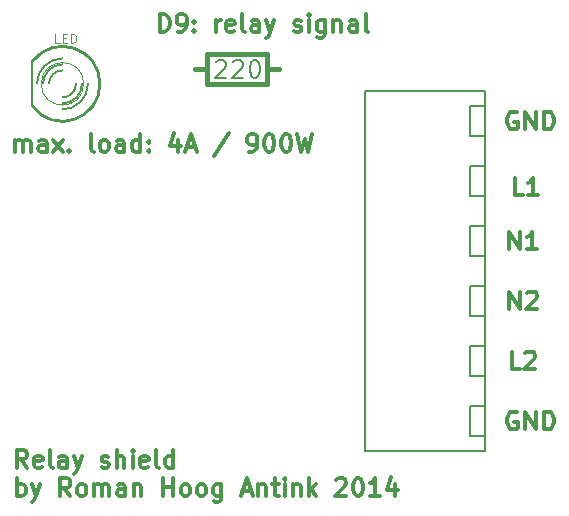
<source format=gto>
%FSLAX34Y34*%
G04 Gerber Fmt 3.4, Leading zero omitted, Abs format*
G04 (created by PCBNEW (2013-jul-14)-product) date Don 20 Mär 2014 21:02:24 CET*
%MOIN*%
G01*
G70*
G90*
G04 APERTURE LIST*
%ADD10C,0.005906*%
%ADD11C,0.011811*%
%ADD12C,0.008000*%
%ADD13C,0.003000*%
%ADD14C,0.010000*%
%ADD15C,0.006000*%
%ADD16C,0.015000*%
%ADD17C,0.003500*%
%ADD18C,0.007900*%
G04 APERTURE END LIST*
G54D10*
G54D11*
X34828Y-27017D02*
X34828Y-26623D01*
X34828Y-26679D02*
X34856Y-26651D01*
X34913Y-26623D01*
X34997Y-26623D01*
X35053Y-26651D01*
X35081Y-26707D01*
X35081Y-27017D01*
X35081Y-26707D02*
X35109Y-26651D01*
X35166Y-26623D01*
X35250Y-26623D01*
X35306Y-26651D01*
X35334Y-26707D01*
X35334Y-27017D01*
X35869Y-27017D02*
X35869Y-26707D01*
X35841Y-26651D01*
X35784Y-26623D01*
X35672Y-26623D01*
X35616Y-26651D01*
X35869Y-26989D02*
X35812Y-27017D01*
X35672Y-27017D01*
X35616Y-26989D01*
X35588Y-26932D01*
X35588Y-26876D01*
X35616Y-26820D01*
X35672Y-26792D01*
X35812Y-26792D01*
X35869Y-26764D01*
X36094Y-27017D02*
X36403Y-26623D01*
X36094Y-26623D02*
X36403Y-27017D01*
X36628Y-26960D02*
X36656Y-26989D01*
X36628Y-27017D01*
X36600Y-26989D01*
X36628Y-26960D01*
X36628Y-27017D01*
X37444Y-27017D02*
X37387Y-26989D01*
X37359Y-26932D01*
X37359Y-26426D01*
X37753Y-27017D02*
X37697Y-26989D01*
X37669Y-26960D01*
X37640Y-26904D01*
X37640Y-26735D01*
X37669Y-26679D01*
X37697Y-26651D01*
X37753Y-26623D01*
X37837Y-26623D01*
X37893Y-26651D01*
X37922Y-26679D01*
X37950Y-26735D01*
X37950Y-26904D01*
X37922Y-26960D01*
X37893Y-26989D01*
X37837Y-27017D01*
X37753Y-27017D01*
X38456Y-27017D02*
X38456Y-26707D01*
X38428Y-26651D01*
X38372Y-26623D01*
X38259Y-26623D01*
X38203Y-26651D01*
X38456Y-26989D02*
X38400Y-27017D01*
X38259Y-27017D01*
X38203Y-26989D01*
X38175Y-26932D01*
X38175Y-26876D01*
X38203Y-26820D01*
X38259Y-26792D01*
X38400Y-26792D01*
X38456Y-26764D01*
X38990Y-27017D02*
X38990Y-26426D01*
X38990Y-26989D02*
X38934Y-27017D01*
X38821Y-27017D01*
X38765Y-26989D01*
X38737Y-26960D01*
X38709Y-26904D01*
X38709Y-26735D01*
X38737Y-26679D01*
X38765Y-26651D01*
X38821Y-26623D01*
X38934Y-26623D01*
X38990Y-26651D01*
X39271Y-26960D02*
X39300Y-26989D01*
X39271Y-27017D01*
X39243Y-26989D01*
X39271Y-26960D01*
X39271Y-27017D01*
X39271Y-26651D02*
X39300Y-26679D01*
X39271Y-26707D01*
X39243Y-26679D01*
X39271Y-26651D01*
X39271Y-26707D01*
X40256Y-26623D02*
X40256Y-27017D01*
X40115Y-26398D02*
X39974Y-26820D01*
X40340Y-26820D01*
X40537Y-26848D02*
X40818Y-26848D01*
X40481Y-27017D02*
X40678Y-26426D01*
X40874Y-27017D01*
X41943Y-26398D02*
X41437Y-27157D01*
X42618Y-27017D02*
X42730Y-27017D01*
X42787Y-26989D01*
X42815Y-26960D01*
X42871Y-26876D01*
X42899Y-26764D01*
X42899Y-26539D01*
X42871Y-26482D01*
X42843Y-26454D01*
X42787Y-26426D01*
X42674Y-26426D01*
X42618Y-26454D01*
X42590Y-26482D01*
X42562Y-26539D01*
X42562Y-26679D01*
X42590Y-26735D01*
X42618Y-26764D01*
X42674Y-26792D01*
X42787Y-26792D01*
X42843Y-26764D01*
X42871Y-26735D01*
X42899Y-26679D01*
X43265Y-26426D02*
X43321Y-26426D01*
X43377Y-26454D01*
X43405Y-26482D01*
X43433Y-26539D01*
X43462Y-26651D01*
X43462Y-26792D01*
X43433Y-26904D01*
X43405Y-26960D01*
X43377Y-26989D01*
X43321Y-27017D01*
X43265Y-27017D01*
X43208Y-26989D01*
X43180Y-26960D01*
X43152Y-26904D01*
X43124Y-26792D01*
X43124Y-26651D01*
X43152Y-26539D01*
X43180Y-26482D01*
X43208Y-26454D01*
X43265Y-26426D01*
X43827Y-26426D02*
X43883Y-26426D01*
X43940Y-26454D01*
X43968Y-26482D01*
X43996Y-26539D01*
X44024Y-26651D01*
X44024Y-26792D01*
X43996Y-26904D01*
X43968Y-26960D01*
X43940Y-26989D01*
X43883Y-27017D01*
X43827Y-27017D01*
X43771Y-26989D01*
X43743Y-26960D01*
X43715Y-26904D01*
X43687Y-26792D01*
X43687Y-26651D01*
X43715Y-26539D01*
X43743Y-26482D01*
X43771Y-26454D01*
X43827Y-26426D01*
X44221Y-26426D02*
X44361Y-27017D01*
X44474Y-26595D01*
X44586Y-27017D01*
X44727Y-26426D01*
X39640Y-23017D02*
X39640Y-22426D01*
X39781Y-22426D01*
X39865Y-22454D01*
X39921Y-22510D01*
X39949Y-22567D01*
X39978Y-22679D01*
X39978Y-22764D01*
X39949Y-22876D01*
X39921Y-22932D01*
X39865Y-22989D01*
X39781Y-23017D01*
X39640Y-23017D01*
X40259Y-23017D02*
X40371Y-23017D01*
X40428Y-22989D01*
X40456Y-22960D01*
X40512Y-22876D01*
X40540Y-22764D01*
X40540Y-22539D01*
X40512Y-22482D01*
X40484Y-22454D01*
X40428Y-22426D01*
X40315Y-22426D01*
X40259Y-22454D01*
X40231Y-22482D01*
X40203Y-22539D01*
X40203Y-22679D01*
X40231Y-22735D01*
X40259Y-22764D01*
X40315Y-22792D01*
X40428Y-22792D01*
X40484Y-22764D01*
X40512Y-22735D01*
X40540Y-22679D01*
X40793Y-22960D02*
X40821Y-22989D01*
X40793Y-23017D01*
X40765Y-22989D01*
X40793Y-22960D01*
X40793Y-23017D01*
X40793Y-22651D02*
X40821Y-22679D01*
X40793Y-22707D01*
X40765Y-22679D01*
X40793Y-22651D01*
X40793Y-22707D01*
X41524Y-23017D02*
X41524Y-22623D01*
X41524Y-22735D02*
X41552Y-22679D01*
X41580Y-22651D01*
X41637Y-22623D01*
X41693Y-22623D01*
X42115Y-22989D02*
X42059Y-23017D01*
X41946Y-23017D01*
X41890Y-22989D01*
X41862Y-22932D01*
X41862Y-22707D01*
X41890Y-22651D01*
X41946Y-22623D01*
X42059Y-22623D01*
X42115Y-22651D01*
X42143Y-22707D01*
X42143Y-22764D01*
X41862Y-22820D01*
X42480Y-23017D02*
X42424Y-22989D01*
X42396Y-22932D01*
X42396Y-22426D01*
X42958Y-23017D02*
X42958Y-22707D01*
X42930Y-22651D01*
X42874Y-22623D01*
X42762Y-22623D01*
X42705Y-22651D01*
X42958Y-22989D02*
X42902Y-23017D01*
X42762Y-23017D01*
X42705Y-22989D01*
X42677Y-22932D01*
X42677Y-22876D01*
X42705Y-22820D01*
X42762Y-22792D01*
X42902Y-22792D01*
X42958Y-22764D01*
X43183Y-22623D02*
X43324Y-23017D01*
X43465Y-22623D02*
X43324Y-23017D01*
X43268Y-23157D01*
X43240Y-23185D01*
X43183Y-23214D01*
X44111Y-22989D02*
X44168Y-23017D01*
X44280Y-23017D01*
X44336Y-22989D01*
X44365Y-22932D01*
X44365Y-22904D01*
X44336Y-22848D01*
X44280Y-22820D01*
X44196Y-22820D01*
X44140Y-22792D01*
X44111Y-22735D01*
X44111Y-22707D01*
X44140Y-22651D01*
X44196Y-22623D01*
X44280Y-22623D01*
X44336Y-22651D01*
X44618Y-23017D02*
X44618Y-22623D01*
X44618Y-22426D02*
X44589Y-22454D01*
X44618Y-22482D01*
X44646Y-22454D01*
X44618Y-22426D01*
X44618Y-22482D01*
X45152Y-22623D02*
X45152Y-23101D01*
X45124Y-23157D01*
X45096Y-23185D01*
X45039Y-23214D01*
X44955Y-23214D01*
X44899Y-23185D01*
X45152Y-22989D02*
X45096Y-23017D01*
X44983Y-23017D01*
X44927Y-22989D01*
X44899Y-22960D01*
X44871Y-22904D01*
X44871Y-22735D01*
X44899Y-22679D01*
X44927Y-22651D01*
X44983Y-22623D01*
X45096Y-22623D01*
X45152Y-22651D01*
X45433Y-22623D02*
X45433Y-23017D01*
X45433Y-22679D02*
X45461Y-22651D01*
X45517Y-22623D01*
X45602Y-22623D01*
X45658Y-22651D01*
X45686Y-22707D01*
X45686Y-23017D01*
X46221Y-23017D02*
X46221Y-22707D01*
X46192Y-22651D01*
X46136Y-22623D01*
X46024Y-22623D01*
X45967Y-22651D01*
X46221Y-22989D02*
X46164Y-23017D01*
X46024Y-23017D01*
X45967Y-22989D01*
X45939Y-22932D01*
X45939Y-22876D01*
X45967Y-22820D01*
X46024Y-22792D01*
X46164Y-22792D01*
X46221Y-22764D01*
X46586Y-23017D02*
X46530Y-22989D01*
X46502Y-22932D01*
X46502Y-22426D01*
X35228Y-37544D02*
X35031Y-37263D01*
X34890Y-37544D02*
X34890Y-36954D01*
X35115Y-36954D01*
X35171Y-36982D01*
X35199Y-37010D01*
X35228Y-37066D01*
X35228Y-37151D01*
X35199Y-37207D01*
X35171Y-37235D01*
X35115Y-37263D01*
X34890Y-37263D01*
X35706Y-37516D02*
X35649Y-37544D01*
X35537Y-37544D01*
X35481Y-37516D01*
X35453Y-37460D01*
X35453Y-37235D01*
X35481Y-37179D01*
X35537Y-37151D01*
X35649Y-37151D01*
X35706Y-37179D01*
X35734Y-37235D01*
X35734Y-37291D01*
X35453Y-37347D01*
X36071Y-37544D02*
X36015Y-37516D01*
X35987Y-37460D01*
X35987Y-36954D01*
X36549Y-37544D02*
X36549Y-37235D01*
X36521Y-37179D01*
X36465Y-37151D01*
X36352Y-37151D01*
X36296Y-37179D01*
X36549Y-37516D02*
X36493Y-37544D01*
X36352Y-37544D01*
X36296Y-37516D01*
X36268Y-37460D01*
X36268Y-37404D01*
X36296Y-37347D01*
X36352Y-37319D01*
X36493Y-37319D01*
X36549Y-37291D01*
X36774Y-37151D02*
X36915Y-37544D01*
X37055Y-37151D02*
X36915Y-37544D01*
X36859Y-37685D01*
X36830Y-37713D01*
X36774Y-37741D01*
X37702Y-37516D02*
X37758Y-37544D01*
X37871Y-37544D01*
X37927Y-37516D01*
X37955Y-37460D01*
X37955Y-37432D01*
X37927Y-37375D01*
X37871Y-37347D01*
X37787Y-37347D01*
X37730Y-37319D01*
X37702Y-37263D01*
X37702Y-37235D01*
X37730Y-37179D01*
X37787Y-37151D01*
X37871Y-37151D01*
X37927Y-37179D01*
X38208Y-37544D02*
X38208Y-36954D01*
X38462Y-37544D02*
X38462Y-37235D01*
X38433Y-37179D01*
X38377Y-37151D01*
X38293Y-37151D01*
X38237Y-37179D01*
X38208Y-37207D01*
X38743Y-37544D02*
X38743Y-37151D01*
X38743Y-36954D02*
X38715Y-36982D01*
X38743Y-37010D01*
X38771Y-36982D01*
X38743Y-36954D01*
X38743Y-37010D01*
X39249Y-37516D02*
X39193Y-37544D01*
X39080Y-37544D01*
X39024Y-37516D01*
X38996Y-37460D01*
X38996Y-37235D01*
X39024Y-37179D01*
X39080Y-37151D01*
X39193Y-37151D01*
X39249Y-37179D01*
X39277Y-37235D01*
X39277Y-37291D01*
X38996Y-37347D01*
X39615Y-37544D02*
X39558Y-37516D01*
X39530Y-37460D01*
X39530Y-36954D01*
X40093Y-37544D02*
X40093Y-36954D01*
X40093Y-37516D02*
X40036Y-37544D01*
X39924Y-37544D01*
X39868Y-37516D01*
X39839Y-37488D01*
X39811Y-37432D01*
X39811Y-37263D01*
X39839Y-37207D01*
X39868Y-37179D01*
X39924Y-37151D01*
X40036Y-37151D01*
X40093Y-37179D01*
X34890Y-38489D02*
X34890Y-37899D01*
X34890Y-38124D02*
X34946Y-38095D01*
X35059Y-38095D01*
X35115Y-38124D01*
X35143Y-38152D01*
X35171Y-38208D01*
X35171Y-38377D01*
X35143Y-38433D01*
X35115Y-38461D01*
X35059Y-38489D01*
X34946Y-38489D01*
X34890Y-38461D01*
X35368Y-38095D02*
X35509Y-38489D01*
X35649Y-38095D02*
X35509Y-38489D01*
X35453Y-38630D01*
X35424Y-38658D01*
X35368Y-38686D01*
X36662Y-38489D02*
X36465Y-38208D01*
X36324Y-38489D02*
X36324Y-37899D01*
X36549Y-37899D01*
X36606Y-37927D01*
X36634Y-37955D01*
X36662Y-38011D01*
X36662Y-38095D01*
X36634Y-38152D01*
X36606Y-38180D01*
X36549Y-38208D01*
X36324Y-38208D01*
X36999Y-38489D02*
X36943Y-38461D01*
X36915Y-38433D01*
X36887Y-38377D01*
X36887Y-38208D01*
X36915Y-38152D01*
X36943Y-38124D01*
X36999Y-38095D01*
X37084Y-38095D01*
X37140Y-38124D01*
X37168Y-38152D01*
X37196Y-38208D01*
X37196Y-38377D01*
X37168Y-38433D01*
X37140Y-38461D01*
X37084Y-38489D01*
X36999Y-38489D01*
X37449Y-38489D02*
X37449Y-38095D01*
X37449Y-38152D02*
X37477Y-38124D01*
X37534Y-38095D01*
X37618Y-38095D01*
X37674Y-38124D01*
X37702Y-38180D01*
X37702Y-38489D01*
X37702Y-38180D02*
X37730Y-38124D01*
X37787Y-38095D01*
X37871Y-38095D01*
X37927Y-38124D01*
X37955Y-38180D01*
X37955Y-38489D01*
X38490Y-38489D02*
X38490Y-38180D01*
X38462Y-38124D01*
X38405Y-38095D01*
X38293Y-38095D01*
X38237Y-38124D01*
X38490Y-38461D02*
X38433Y-38489D01*
X38293Y-38489D01*
X38237Y-38461D01*
X38208Y-38405D01*
X38208Y-38348D01*
X38237Y-38292D01*
X38293Y-38264D01*
X38433Y-38264D01*
X38490Y-38236D01*
X38771Y-38095D02*
X38771Y-38489D01*
X38771Y-38152D02*
X38799Y-38124D01*
X38855Y-38095D01*
X38940Y-38095D01*
X38996Y-38124D01*
X39024Y-38180D01*
X39024Y-38489D01*
X39755Y-38489D02*
X39755Y-37899D01*
X39755Y-38180D02*
X40093Y-38180D01*
X40093Y-38489D02*
X40093Y-37899D01*
X40458Y-38489D02*
X40402Y-38461D01*
X40374Y-38433D01*
X40346Y-38377D01*
X40346Y-38208D01*
X40374Y-38152D01*
X40402Y-38124D01*
X40458Y-38095D01*
X40543Y-38095D01*
X40599Y-38124D01*
X40627Y-38152D01*
X40655Y-38208D01*
X40655Y-38377D01*
X40627Y-38433D01*
X40599Y-38461D01*
X40543Y-38489D01*
X40458Y-38489D01*
X40992Y-38489D02*
X40936Y-38461D01*
X40908Y-38433D01*
X40880Y-38377D01*
X40880Y-38208D01*
X40908Y-38152D01*
X40936Y-38124D01*
X40992Y-38095D01*
X41077Y-38095D01*
X41133Y-38124D01*
X41161Y-38152D01*
X41189Y-38208D01*
X41189Y-38377D01*
X41161Y-38433D01*
X41133Y-38461D01*
X41077Y-38489D01*
X40992Y-38489D01*
X41696Y-38095D02*
X41696Y-38573D01*
X41667Y-38630D01*
X41639Y-38658D01*
X41583Y-38686D01*
X41499Y-38686D01*
X41442Y-38658D01*
X41696Y-38461D02*
X41639Y-38489D01*
X41527Y-38489D01*
X41471Y-38461D01*
X41442Y-38433D01*
X41414Y-38377D01*
X41414Y-38208D01*
X41442Y-38152D01*
X41471Y-38124D01*
X41527Y-38095D01*
X41639Y-38095D01*
X41696Y-38124D01*
X42399Y-38320D02*
X42680Y-38320D01*
X42342Y-38489D02*
X42539Y-37899D01*
X42736Y-38489D01*
X42933Y-38095D02*
X42933Y-38489D01*
X42933Y-38152D02*
X42961Y-38124D01*
X43017Y-38095D01*
X43102Y-38095D01*
X43158Y-38124D01*
X43186Y-38180D01*
X43186Y-38489D01*
X43383Y-38095D02*
X43608Y-38095D01*
X43467Y-37899D02*
X43467Y-38405D01*
X43495Y-38461D01*
X43552Y-38489D01*
X43608Y-38489D01*
X43805Y-38489D02*
X43805Y-38095D01*
X43805Y-37899D02*
X43776Y-37927D01*
X43805Y-37955D01*
X43833Y-37927D01*
X43805Y-37899D01*
X43805Y-37955D01*
X44086Y-38095D02*
X44086Y-38489D01*
X44086Y-38152D02*
X44114Y-38124D01*
X44170Y-38095D01*
X44255Y-38095D01*
X44311Y-38124D01*
X44339Y-38180D01*
X44339Y-38489D01*
X44620Y-38489D02*
X44620Y-37899D01*
X44676Y-38264D02*
X44845Y-38489D01*
X44845Y-38095D02*
X44620Y-38320D01*
X45520Y-37955D02*
X45548Y-37927D01*
X45604Y-37899D01*
X45745Y-37899D01*
X45801Y-37927D01*
X45829Y-37955D01*
X45857Y-38011D01*
X45857Y-38067D01*
X45829Y-38152D01*
X45492Y-38489D01*
X45857Y-38489D01*
X46223Y-37899D02*
X46279Y-37899D01*
X46336Y-37927D01*
X46364Y-37955D01*
X46392Y-38011D01*
X46420Y-38124D01*
X46420Y-38264D01*
X46392Y-38377D01*
X46364Y-38433D01*
X46336Y-38461D01*
X46279Y-38489D01*
X46223Y-38489D01*
X46167Y-38461D01*
X46139Y-38433D01*
X46111Y-38377D01*
X46082Y-38264D01*
X46082Y-38124D01*
X46111Y-38011D01*
X46139Y-37955D01*
X46167Y-37927D01*
X46223Y-37899D01*
X46982Y-38489D02*
X46645Y-38489D01*
X46814Y-38489D02*
X46814Y-37899D01*
X46757Y-37983D01*
X46701Y-38039D01*
X46645Y-38067D01*
X47489Y-38095D02*
X47489Y-38489D01*
X47348Y-37870D02*
X47207Y-38292D01*
X47573Y-38292D01*
X51550Y-35704D02*
X51493Y-35676D01*
X51409Y-35676D01*
X51325Y-35704D01*
X51268Y-35760D01*
X51240Y-35817D01*
X51212Y-35929D01*
X51212Y-36014D01*
X51240Y-36126D01*
X51268Y-36182D01*
X51325Y-36239D01*
X51409Y-36267D01*
X51465Y-36267D01*
X51550Y-36239D01*
X51578Y-36210D01*
X51578Y-36014D01*
X51465Y-36014D01*
X51831Y-36267D02*
X51831Y-35676D01*
X52168Y-36267D01*
X52168Y-35676D01*
X52449Y-36267D02*
X52449Y-35676D01*
X52590Y-35676D01*
X52674Y-35704D01*
X52731Y-35760D01*
X52759Y-35817D01*
X52787Y-35929D01*
X52787Y-36014D01*
X52759Y-36126D01*
X52731Y-36182D01*
X52674Y-36239D01*
X52590Y-36267D01*
X52449Y-36267D01*
X51651Y-34267D02*
X51370Y-34267D01*
X51370Y-33676D01*
X51820Y-33732D02*
X51848Y-33704D01*
X51904Y-33676D01*
X52045Y-33676D01*
X52101Y-33704D01*
X52129Y-33732D01*
X52157Y-33789D01*
X52157Y-33845D01*
X52129Y-33929D01*
X51792Y-34267D01*
X52157Y-34267D01*
X51300Y-32267D02*
X51300Y-31676D01*
X51637Y-32267D01*
X51637Y-31676D01*
X51890Y-31732D02*
X51918Y-31704D01*
X51974Y-31676D01*
X52115Y-31676D01*
X52171Y-31704D01*
X52199Y-31732D01*
X52228Y-31789D01*
X52228Y-31845D01*
X52199Y-31929D01*
X51862Y-32267D01*
X52228Y-32267D01*
X51300Y-30267D02*
X51300Y-29676D01*
X51637Y-30267D01*
X51637Y-29676D01*
X52228Y-30267D02*
X51890Y-30267D01*
X52059Y-30267D02*
X52059Y-29676D01*
X52003Y-29760D01*
X51946Y-29817D01*
X51890Y-29845D01*
X51751Y-28467D02*
X51470Y-28467D01*
X51470Y-27876D01*
X52257Y-28467D02*
X51920Y-28467D01*
X52089Y-28467D02*
X52089Y-27876D01*
X52032Y-27960D01*
X51976Y-28017D01*
X51920Y-28045D01*
X51550Y-25704D02*
X51493Y-25676D01*
X51409Y-25676D01*
X51325Y-25704D01*
X51268Y-25760D01*
X51240Y-25817D01*
X51212Y-25929D01*
X51212Y-26014D01*
X51240Y-26126D01*
X51268Y-26182D01*
X51325Y-26239D01*
X51409Y-26267D01*
X51465Y-26267D01*
X51550Y-26239D01*
X51578Y-26210D01*
X51578Y-26014D01*
X51465Y-26014D01*
X51831Y-26267D02*
X51831Y-25676D01*
X52168Y-26267D01*
X52168Y-25676D01*
X52449Y-26267D02*
X52449Y-25676D01*
X52590Y-25676D01*
X52674Y-25704D01*
X52731Y-25760D01*
X52759Y-25817D01*
X52787Y-25929D01*
X52787Y-26014D01*
X52759Y-26126D01*
X52731Y-26182D01*
X52674Y-26239D01*
X52590Y-26267D01*
X52449Y-26267D01*
G54D12*
X35380Y-24000D02*
X35380Y-25500D01*
G54D13*
X37107Y-24750D02*
G75*
G03X37107Y-24750I-707J0D01*
G74*
G01*
G54D14*
X35400Y-25501D02*
G75*
G03X35400Y-24000I999J751D01*
G74*
G01*
G54D15*
X36400Y-25200D02*
G75*
G03X36850Y-24750I0J450D01*
G74*
G01*
X36400Y-24300D02*
G75*
G03X35950Y-24750I0J-450D01*
G74*
G01*
X36400Y-25400D02*
G75*
G03X37050Y-24750I0J650D01*
G74*
G01*
X36400Y-24100D02*
G75*
G03X35750Y-24750I0J-650D01*
G74*
G01*
X36400Y-25600D02*
G75*
G03X37250Y-24750I0J850D01*
G74*
G01*
X36400Y-23900D02*
G75*
G03X35550Y-24750I0J-850D01*
G74*
G01*
G54D16*
X43219Y-24250D02*
X43619Y-24250D01*
X41219Y-24250D02*
X40819Y-24250D01*
X43219Y-24750D02*
X41219Y-24750D01*
X41219Y-24750D02*
X41219Y-23750D01*
X41219Y-23750D02*
X43219Y-23750D01*
X43219Y-23750D02*
X43219Y-24750D01*
G54D10*
X50500Y-35500D02*
X50000Y-35500D01*
X50000Y-35500D02*
X50000Y-36500D01*
X50000Y-36500D02*
X50500Y-36500D01*
X50500Y-33500D02*
X50000Y-33500D01*
X50000Y-33500D02*
X50000Y-34500D01*
X50000Y-34500D02*
X50500Y-34500D01*
X50500Y-31500D02*
X50000Y-31500D01*
X50000Y-31500D02*
X50000Y-32500D01*
X50000Y-32500D02*
X50500Y-32500D01*
X50500Y-29500D02*
X50000Y-29500D01*
X50000Y-29500D02*
X50000Y-30500D01*
X50000Y-30500D02*
X50500Y-30500D01*
X50500Y-27500D02*
X50000Y-27500D01*
X50000Y-27500D02*
X50000Y-28500D01*
X50000Y-28500D02*
X50500Y-28500D01*
X50500Y-25500D02*
X50000Y-25500D01*
X50000Y-25500D02*
X50000Y-26500D01*
X50000Y-26500D02*
X50500Y-26500D01*
X46500Y-25000D02*
X50500Y-25000D01*
X50500Y-25000D02*
X50500Y-37000D01*
X50500Y-37000D02*
X46500Y-37000D01*
X46500Y-37000D02*
X46500Y-25000D01*
G54D17*
X36307Y-23385D02*
X36164Y-23385D01*
X36164Y-23085D01*
X36407Y-23228D02*
X36507Y-23228D01*
X36550Y-23385D02*
X36407Y-23385D01*
X36407Y-23085D01*
X36550Y-23085D01*
X36678Y-23385D02*
X36678Y-23085D01*
X36750Y-23085D01*
X36792Y-23100D01*
X36821Y-23128D01*
X36835Y-23157D01*
X36850Y-23214D01*
X36850Y-23257D01*
X36835Y-23314D01*
X36821Y-23342D01*
X36792Y-23371D01*
X36750Y-23385D01*
X36678Y-23385D01*
G54D18*
X41518Y-24012D02*
X41546Y-23984D01*
X41602Y-23956D01*
X41743Y-23956D01*
X41799Y-23984D01*
X41827Y-24012D01*
X41856Y-24068D01*
X41856Y-24125D01*
X41827Y-24209D01*
X41490Y-24547D01*
X41856Y-24547D01*
X42081Y-24012D02*
X42109Y-23984D01*
X42165Y-23956D01*
X42306Y-23956D01*
X42362Y-23984D01*
X42390Y-24012D01*
X42418Y-24068D01*
X42418Y-24125D01*
X42390Y-24209D01*
X42053Y-24547D01*
X42418Y-24547D01*
X42784Y-23956D02*
X42841Y-23956D01*
X42897Y-23984D01*
X42925Y-24012D01*
X42953Y-24068D01*
X42981Y-24181D01*
X42981Y-24322D01*
X42953Y-24434D01*
X42925Y-24491D01*
X42897Y-24519D01*
X42841Y-24547D01*
X42784Y-24547D01*
X42728Y-24519D01*
X42700Y-24491D01*
X42672Y-24434D01*
X42644Y-24322D01*
X42644Y-24181D01*
X42672Y-24068D01*
X42700Y-24012D01*
X42728Y-23984D01*
X42784Y-23956D01*
M02*

</source>
